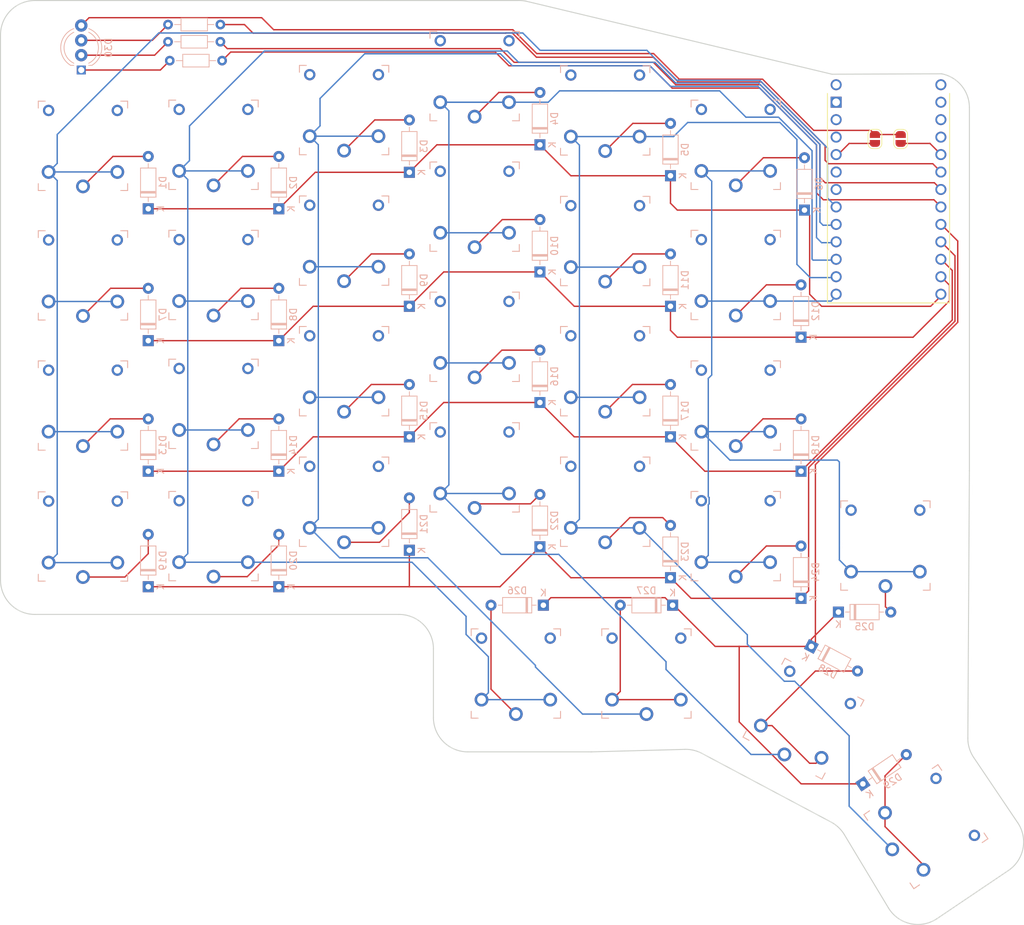
<source format=kicad_pcb>
(kicad_pcb (version 20241229) (generator "pcbnew") (generator_version "9.0")
  (layers (0 "F.Cu" signal) (2 "B.Cu" signal) (13 "F.Paste" user) (15 "B.Paste" user) (5 "F.SilkS" user "F.Silkscreen") (7 "B.SilkS" user "B.Silkscreen") (1 "F.Mask" user) (3 "B.Mask" user) (25 "Edge.Cuts" user))
  (net 0 "")
  (net 1 "ROW1")
  (net 2 "Net-(D1-A)")
  (net 3 "Net-(D2-A)")
  (net 4 "Net-(D3-A)")
  (net 5 "Net-(D4-A)")
  (net 6 "Net-(D5-A)")
  (net 7 "Net-(D6-A)")
  (net 8 "Net-(D7-A)")
  (net 9 "ROW2")
  (net 10 "Net-(D8-A)")
  (net 11 "Net-(D9-A)")
  (net 12 "Net-(D10-A)")
  (net 13 "Net-(D11-A)")
  (net 14 "Net-(D12-A)")
  (net 15 "Net-(D13-A)")
  (net 16 "ROW3")
  (net 17 "Net-(D14-A)")
  (net 18 "Net-(D15-A)")
  (net 19 "Net-(D16-A)")
  (net 20 "Net-(D17-A)")
  (net 21 "Net-(D18-A)")
  (net 22 "ROW4")
  (net 23 "Net-(D19-A)")
  (net 24 "Net-(D20-A)")
  (net 25 "Net-(D21-A)")
  (net 26 "Net-(D22-A)")
  (net 27 "Net-(D23-A)")
  (net 28 "Net-(D24-A)")
  (net 29 "Net-(D25-A)")
  (net 30 "ROWT")
  (net 31 "Net-(D26-A)")
  (net 32 "Net-(D27-A)")
  (net 33 "Net-(D28-A)")
  (net 34 "Net-(D29-A)")
  (net 35 "COL1")
  (net 36 "COL2")
  (net 37 "COL3")
  (net 38 "COL4")
  (net 39 "COL5")
  (net 40 "COL6")
  (net 41 "Net-(D30-BK)")
  (net 42 "Net-(D30-RK)")
  (net 44 "Net-(D30-GK)")
  (net 45 "3v3")
  (net 50 "LEDR")
  (net 53 "LEDG")
  (net 54 "LEDB")
  (net 55 "Net-(JP2-A)")
  (net 59 "Net-(JP1-A)")
  (footprint "Jumper:SolderJumper-2_P1.3mm_Open_RoundedPad1.0x1.5mm" (layer "F.Cu") (at 182 43.65 90)
    (property "Reference" "JP2" (hide yes))
    (property "Value" "SolderJumper_2_Open")
  )
  (footprint "MountingHole:MountingHole_2.2mm_M2" (layer "F.Cu") (at 90.25 33.75)
    (property "Reference" "REF**" (hide yes))
    (property "Value" "MountingHole_2.2mm_M2")
  )
  (footprint "Jumper:SolderJumper-2_P1.3mm_Open_RoundedPad1.0x1.5mm" (layer "F.Cu") (at 178.25 43.65 90)
    (property "Reference" "JP1" (hide yes))
    (property "Value" "SolderJumper_2_Open")
  )
  (footprint "MountingHole:MountingHole_2.2mm_M2" (layer "F.Cu") (at 182.5 121)
    (property "Reference" "REF**" (hide yes))
    (property "Value" "MountingHole_2.2mm_M2")
  )
  (footprint "MountingHole:MountingHole_2.2mm_M2" (layer "F.Cu") (at 180.25 58.5)
    (property "Reference" "REF**" (hide yes))
    (property "Value" "MountingHole_2.2mm_M2")
  )
  (footprint "MountingHole:MountingHole_2.2mm_M2" (layer "F.Cu") (at 118.5 104)
    (property "Reference" "REF**" (hide yes))
    (property "Value" "MountingHole_2.2mm_M2")
  )
  (footprint "Diode_THT:D_DO-35_SOD27_P7.62mm_Horizontal" (layer "B.Cu") (at 169 117.5 -28)
    (property "Reference" "D28")
    (property "Value" "1N4148")
  )
  (footprint "key-switches:SW_Kailh_Choc_V1V2_THT_Hybrid_doubleside" (layer "B.Cu") (at 63 101.5 180)
    (property "Reference" "SW19" (hide yes))
    (property "Value" "SW_Push" (hide yes))
  )
  (footprint "Diode_THT:D_DO-35_SOD27_P7.62mm_Horizontal" (layer "B.Cu") (at 167.5 92 90)
    (property "Reference" "D18")
    (property "Value" "1N4148")
  )
  (footprint "key-switches:SW_Kailh_Choc_V1V2_THT_Hybrid_doubleside" (layer "B.Cu") (at 119.999999 91.442194 180)
    (property "Reference" "SW22" (hide yes))
    (property "Value" "SW_Push" (hide yes))
  )
  (footprint "Diode_THT:D_DO-35_SOD27_P7.62mm_Horizontal" (layer "B.Cu") (at 91.5 73 90)
    (property "Reference" "D8")
    (property "Value" "1N4148")
  )
  (footprint "Diode_THT:D_DO-35_SOD27_P7.62mm_Horizontal" (layer "B.Cu") (at 148.5 107.5 90)
    (property "Reference" "D23")
    (property "Value" "1N4148")
  )
  (footprint "key-switches:SW_Kailh_Choc_V1V2_THT_Hybrid_doubleside" (layer "B.Cu") (at 158 44.5 180)
    (property "Reference" "SW6" (hide yes))
    (property "Value" "SW_Push" (hide yes))
  )
  (footprint "Diode_THT:D_DO-35_SOD27_P7.62mm_Horizontal" (layer "B.Cu") (at 72.5 53.809999 90)
    (property "Reference" "D1")
    (property "Value" "1N4148")
  )
  (footprint "Resistor_THT:R_Axial_DIN0204_L3.6mm_D1.6mm_P7.62mm_Horizontal" (layer "B.Cu") (at 75.63 32.25)
    (property "Reference" "R1" (hide yes))
    (property "Value" "R")
  )
  (footprint "key-switches:SW_Kailh_Choc_V1V2_THT_Hybrid_doubleside" (layer "B.Cu") (at 101.000001 58.442194 180)
    (property "Reference" "SW9" (hide yes))
    (property "Value" "SW_Push" (hide yes))
  )
  (footprint "key-switches:SW_Kailh_Choc_V1V2_THT_Hybrid_doubleside" (layer "B.Cu") (at 119.999999 72.442194 180)
    (property "Reference" "SW16" (hide yes))
    (property "Value" "SW_Push" (hide yes))
  )
  (footprint "key-switches:SW_Kailh_Choc_V1V2_THT_Hybrid_doubleside" (layer "B.Cu") (at 82 82.2 180)
    (property "Reference" "SW14" (hide yes))
    (property "Value" "SW_Push" (hide yes))
  )
  (footprint "key-switches:SW_Kailh_Choc_V1V2_THT_Hybrid_doubleside" (layer "B.Cu") (at 179.781626 102.817528 180)
    (property "Reference" "SW25" (hide yes))
    (property "Value" "SW_Push" (hide yes))
  )
  (footprint "Diode_THT:D_DO-35_SOD27_P7.62mm_Horizontal" (layer "B.Cu") (at 110.5 48.5 90)
    (property "Reference" "D3")
    (property "Value" "1N4148")
  )
  (footprint "Diode_THT:D_DO-35_SOD27_P7.62mm_Horizontal" (layer "B.Cu") (at 91.5 53.81 90)
    (property "Reference" "D2")
    (property "Value" "1N4148")
  )
  (footprint "key-switches:SW_Kailh_Choc_V1V2_THT_Hybrid_doubleside" (layer "B.Cu") (at 126.000001 121.442194 180)
    (property "Reference" "SW26" (hide yes))
    (property "Value" "SW_Push" (hide yes))
  )
  (footprint "Diode_THT:D_DO-35_SOD27_P7.62mm_Horizontal" (layer "B.Cu") (at 129.5 63 90)
    (property "Reference" "D10")
    (property "Value" "1N4148")
  )
  (footprint "key-switches:SW_Kailh_Choc_V1V2_THT_Hybrid_doubleside" (layer "B.Cu") (at 82.000001 63.442194 180)
    (property "Reference" "SW8" (hide yes))
    (property "Value" "SW_Push" (hide yes))
  )
  (footprint "Resistor_THT:R_Axial_DIN0204_L3.6mm_D1.6mm_P7.62mm_Horizontal" (layer "B.Cu") (at 75.38 29.5)
    (property "Reference" "R2" (hide yes))
    (property "Value" "R")
  )
  (footprint "key-switches:SW_Kailh_Choc_V1V2_THT_Hybrid_doubleside" (layer "B.Cu") (at 82.000001 101.442194 180)
    (property "Reference" "SW20" (hide yes))
    (property "Value" "SW_Push" (hide yes))
  )
  (footprint "Diode_THT:D_DO-35_SOD27_P7.62mm_Horizontal" (layer "B.Cu") (at 72.5 92 90)
    (property "Reference" "D13")
    (property "Value" "1N4148")
  )
  (footprint "key-switches:SW_Kailh_Choc_V1V2_THT_Hybrid_doubleside" (layer "B.Cu") (at 63.000001 82.442194 180)
    (property "Reference" "SW13" (hide yes))
    (property "Value" "SW_Push" (hide yes))
  )
  (footprint "Diode_THT:D_DO-35_SOD27_P7.62mm_Horizontal" (layer "B.Cu") (at 148.5 68 90)
    (property "Reference" "D11")
    (property "Value" "1N4148")
  )
  (footprint "Diode_THT:D_DO-35_SOD27_P7.62mm_Horizontal" (layer "B.Cu") (at 148.5 49 90)
    (property "Reference" "D5")
    (property "Value" "1N4148")
  )
  (footprint "theonepromicro:TheOneProMicro" (layer "B.Cu") (at 181.5 51 180)
    (property "Reference" "U2" (hide yes))
    (property "Value" "ProMicro")
  )
  (footprint "Diode_THT:D_DO-35_SOD27_P7.62mm_Horizontal" (layer "B.Cu") (at 172.94 112.5)
    (property "Reference" "D25")
    (property "Value" "1N4148")
  )
  (footprint "key-switches:SW_Kailh_Choc_V1V2_THT_Hybrid_doubleside" (layer "B.Cu") (at 167.849879 128.011957 152)
    (property "Reference" "SW28" (hide yes))
    (property "Value" "SW_Push" (hide yes))
  )
  (footprint "key-switches:SW_Kailh_Choc_V1V2_THT_Hybrid_doubleside" (layer "B.Cu") (at 120 34.5 180)
    (property "Reference" "SW4" (hide yes))
    (property "Value" "SW_Push" (hide yes))
  )
  (footprint "key-switches:SW_Kailh_Choc_V1V2_THT_Hybrid_doubleside" (layer "B.Cu") (at 63 44.65 180)
    (property "Reference" "SW1" (hide yes))
    (property "Value" "SW_Push" (hide yes))
  )
  (footprint "key-switches:SW_Kailh_Choc_V1V2_THT_Hybrid_doubleside" (layer "B.Cu") (at 139.000001 77.442194 180)
    (property "Reference" "SW17" (hide yes))
    (property "Value" "SW_Push" (hide yes))
  )
  (footprint "Diode_THT:D_DO-35_SOD27_P7.62mm_Horizontal" (layer "B.Cu") (at 129.5 103 90)
    (property "Reference" "D22")
    (property "Value" "1N4148")
  )
  (footprint "key-switches:SW_Kailh_Choc_V1V2_THT_Hybrid_doubleside" (layer "B.Cu") (at 101.000001 39.442194 180)
    (property "Reference" "SW3" (hide yes))
    (property "Value" "SW_Push" (hide yes))
  )
  (footprint "key-switches:SW_Kailh_Choc_V1V2_THT_Hybrid_doubleside" (layer "B.Cu") (at 145.000001 121.442194 180)
    (property "Reference" "SW27" (hide yes))
    (property "Value" "SW_Push" (hide yes))
  )
  (footprint "Diode_THT:D_DO-35_SOD27_P7.62mm_Horizontal" (layer "B.Cu") (at 148.5 87 90)
    (property "Reference" "D17")
    (property "Value" "1N4148")
  )
  (footprint "LED_THT:LED_D5.0mm-4_RGB_Wide_Pins" (layer "B.Cu") (at 62.75 33.613 90)
    (property "Reference" "D30")
    (property "Value" "LED_RGBA")
  )
  (footprint "Diode_THT:D_DO-35_SOD27_P7.62mm_Horizontal" (layer "B.Cu") (at 168 54 90)
    (property "Reference" "D6")
    (property "Value" "1N4148" (hide yes))
  )
  (footprint "Diode_THT:D_DO-35_SOD27_P7.62mm_Horizontal" (layer "B.Cu") (at 72.5 108.81 90)
    (property "Reference" "D19")
    (property "Value" "1N4148")
  )
  (footprint "Diode_THT:D_DO-35_SOD27_P7.62mm_Horizontal" (layer "B.Cu") (at 129.5 82 90)
    (property "Reference" "D16")
    (property "Value" "1N4148")
  )
  (footprint "Diode_THT:D_DO-35_SOD27_P7.62mm_Horizontal" (layer "B.Cu") (at 148.81 111.5 180)
    (property "Reference" "D27")
    (property "Value" "1N4148")
  )
  (footprint "Diode_THT:D_DO-35_SOD27_P7.62mm_Horizontal" (layer "B.Cu") (at 129.5 44.5 90)
    (property "Reference" "D4")
    (property "Value" "1N4148")
  )
  (footprint "key-switches:SW_Kailh_Choc_V1V2_THT_Hybrid_doubleside" (layer "B.Cu") (at 82 44.5 180)
    (property "Reference" "SW2" (hide yes))
    (property "Value" "SW_Push" (hide yes))
  )
  (footprint "Diode_THT:D_DO-35_SOD27_P7.62mm_Horizontal" (layer "B.Cu") (at 176.5 137.5 34)
    (property "Reference" "D29")
    (property "Value" "1N4148")
  )
  (footprint "key-switches:SW_Kailh_Choc_V1V2_THT_Hybrid_doubleside" (layer "B.Cu") (at 158.000001 63.442194 180)
    (property "Reference" "SW12" (hide yes))
    (property "Value" "SW_Push" (hide yes))
  )
  (footprint "Diode_THT:D_DO-35_SOD27_P7.62mm_Horizontal" (layer "B.Cu") (at 110.5 68 90)
    (property "Reference" "D9")
    (property "Value" "1N4148")
  )
  (footprint "key-switches:SW_Kailh_Choc_V1V2_THT_Hybrid_doubleside" (layer "B.Cu") (at 139 39.5 180)
    (property "Reference" "SW5" (hide yes))
    (property "Value" "SW_Push" (hide yes))
  )
  (footprint "Diode_THT:D_DO-35_SOD27_P7.62mm_Horizontal" (layer "B.Cu") (at 167.5 72.5 90)
    (property "Reference" "D12")
    (property "Value" "1N4148")
  )
  (footprint "Diode_THT:D_DO-35_SOD27_P7.62mm_Horizontal" (layer "B.Cu") (at 91.5 92 90)
    (property "Reference" "D14")
    (property "Value" "1N4148")
  )
  (footprint "Diode_THT:D_DO-35_SOD27_P7.62mm_Horizontal" (layer "B.Cu") (at 72.5 73 90)
    (property "Reference" "D7")
    (property "Value" "1N4148")
  )
  (footprint "key-switches:SW_Kailh_Choc_V1V2_THT_Hybrid_doubleside" (layer "B.Cu") (at 158.000001 82.442194 180)
    (property "Reference" "SW18" (hide yes))
    (property "Value" "SW_Push" (hide yes))
  )
  (footprint "key-switches:SW_Kailh_Choc_V1V2_THT_Hybrid_doubleside" (layer "B.Cu") (at 139 58.5 180)
    (property "Reference" "SW11" (hide yes))
    (property "Value" "SW_Push" (hide yes))
  )
  (footprint "key-switches:SW_Kailh_Choc_V1V2_THT_Hybrid_doubleside" (layer "B.Cu") (at 120 53.5 180)
    (property "Reference" "SW10" (hide yes))
    (property "Value" "SW_Push" (hide yes))
  )
  (footprint "key-switches:SW_Kailh_Choc_V1V2_THT_Hybrid_doubleside" (layer "B.Cu") (at 139.000001 96.442194 180)
    (property "Reference" "SW23" (hide yes))
    (property "Value" "SW_Push" (hide yes))
  )
  (footprint "Diode_THT:D_DO-35_SOD27_P7.62mm_Horizontal" (layer "B.Cu") (at 110.5 103.5 90)
    (property "Reference" "D21")
    (property "Value" "1N4148")
  )
  (footprint "key-switches:SW_Kailh_Choc_V1V2_THT_Hybrid_doubleside" (layer "B.Cu") (at 101.000001 77.442194 180)
    (property "Reference" "SW15" (hide yes))
    (property "Value" "SW_Push" (hide yes))
  )
  (footprint "key-switches:SW_Kailh_Choc_V1V2_THT_Hybrid_doubleside" (layer "B.Cu") (at 101.000001 96.442194 180)
    (property "Reference" "SW21" (hide yes))
    (property "Value" "SW_Push" (hide yes))
  )
  (footprint "key-switches:SW_Kailh_Choc_V1V2_THT_Hybrid_doubleside" (layer "B.Cu") (at 185.669256 143.731057 124)
    (property "Reference" "SW29" (hide yes))
    (property "Value" "SW_Push" (hide yes))
  )
  (footprint "key-switches:SW_Kailh_Choc_V1V2_THT_Hybrid_doubleside" (layer "B.Cu") (at 63 63.5 180)
    (property "Reference" "SW7" (hide yes))
    (property "Value" "SW_Push" (hide yes))
  )
  (footprint "Diode_THT:D_DO-35_SOD27_P7.62mm_Horizontal" (layer "B.Cu") (at 130 111.5 180)
    (property "Reference" "D26")
    (property "Value" "1N4148")
  )
  (footprint "Diode_THT:D_DO-35_SOD27_P7.62mm_Horizontal" (layer "B.Cu") (at 167.5 110.5 90)
    (property "Reference" "D24")
    (property "Value" "1N4148")
  )
  (footprint "Resistor_THT:R_Axial_DIN0204_L3.6mm_D1.6mm_P7.62mm_Horizontal" (layer "B.Cu") (at 75.38 27)
    (property "Reference" "R3" (hide yes))
    (property "Value" "R")
  )
  (footprint "Diode_THT:D_DO-35_SOD27_P7.62mm_Horizontal" (layer "B.Cu") (at 91.5 108.81 90)
    (property "Reference" "D20")
    (property "Value" "1N4148")
  )
  (footprint "key-switches:SW_Kailh_Choc_V1V2_THT_Hybrid_doubleside" (layer "B.Cu") (at 158.000001 101.442194 180)
    (property "Reference" "SW24" (hide yes))
    (property "Value" "SW_Push" (hide yes))
  )
  (footprint "Diode_THT:D_DO-35_SOD27_P7.62mm_Horizontal" (layer "B.Cu") (at 110.5 87 90)
    (property "Reference" "D15")
    (property "Value" "1N4148")
  )
  (gr_line (start 150.585168 132.479109) (end 137.066781 132.840409) (stroke (width 0.15)) (layer "Edge.Cuts"))
  (gr_line (start 197.685411 150.100673) (end 187.293643 157.11001) (stroke (width 0.15)) (layer "Edge.Cuts"))
  (gr_arc (start 109.000001 112.842194) (mid 112.535536 114.30666) (end 114.000001 117.842194) (stroke (width 0.15)) (layer "Edge.Cuts"))
  (gr_line (start 56.000001 112.842194) (end 109.000001 112.842194) (stroke (width 0.15)) (layer "Edge.Cuts"))
  (gr_arc (start 51 28.500001) (mid 52.449517 24.979479) (end 55.957629 23.50018) (stroke (width 0.15)) (layer "Edge.Cuts"))
  (gr_arc (start 119.000001 132.842194) (mid 115.464469 131.377728) (end 114.000001 127.842194) (stroke (width 0.15)) (layer "Edge.Cuts"))
  (gr_arc (start 187.942475 34.163411) (mid 190.85438 35.888845) (end 192.000001 39.073782) (stroke (width 0.15)) (layer "Edge.Cuts"))
  (gr_line (start 136.933196 132.842194) (end 119.000001 132.842194) (stroke (width 0.15)) (layer "Edge.Cuts"))
  (gr_arc (start 192.000001 91.927668) (mid 191.99998 91.942188) (end 191.999917 91.956708) (stroke (width 0.15)) (layer "Edge.Cuts"))
  (gr_line (start 106.996689 23.5) (end 126.5 23.5) (stroke (width 0.15)) (layer "Edge.Cuts"))
  (gr_arc (start 56.000001 112.842194) (mid 52.464469 111.377728) (end 51.000001 107.842194) (stroke (width 0.15)) (layer "Edge.Cuts"))
  (gr_line (start 51.000001 107.842194) (end 51.000001 28.500001) (stroke (width 0.15)) (layer "Edge.Cuts"))
  (gr_arc (start 192.628825 133.662518) (mid 191.988275 132.314519) (end 191.774097 130.837514) (stroke (width 0.15)) (layer "Edge.Cuts"))
  (gr_line (start 114.000001 127.842194) (end 114.000001 117.842194) (stroke (width 0.15)) (layer "Edge.Cuts"))
  (gr_arc (start 199.034633 143.159521) (mid 199.797584 146.909537) (end 197.685411 150.100673) (stroke (width 0.15)) (layer "Edge.Cuts"))
  (gr_arc (start 150.585168 132.479109) (mid 151.863435 132.610132) (end 153.066111 133.062586) (stroke (width 0.15)) (layer "Edge.Cuts"))
  (gr_arc (start 137.066781 132.840409) (mid 136.999994 132.841748) (end 136.933196 132.842194) (stroke (width 0.15)) (layer "Edge.Cuts"))
  (gr_arc (start 171.870599 143.06111) (mid 172.96375 143.8478) (end 173.8073 144.897702) (stroke (width 0.15)) (layer "Edge.Cuts"))
  (gr_line (start 191.999917 91.956708) (end 191.774097 130.837514) (stroke (width 0.15)) (layer "Edge.Cuts"))
  (gr_arc (start 187.293643 157.11001) (mid 183.417173 157.846657) (end 180.213619 155.542968) (stroke (width 0.15)) (layer "Edge.Cuts"))
  (gr_line (start 180.213619 155.542968) (end 173.8073 144.897702) (stroke (width 0.15)) (layer "Edge.Cuts"))
  (gr_line (start 171.870599 143.06111) (end 153.066111 133.062586) (stroke (width 0.15)) (layer "Edge.Cuts"))
  (gr_line (start 127.442474 23.589633) (end 172 34.226414) (stroke (width 0.15)) (layer "Edge.Cuts"))
  (gr_line (start 192.628825 133.662518) (end 199.034634 143.159521) (stroke (width 0.15)) (layer "Edge.Cuts"))
  (gr_arc (start 126.5 23.5) (mid 126.973363 23.522457) (end 127.442474 23.589629) (stroke (width 0.15)) (layer "Edge.Cuts"))
  (gr_line (start 172 34.226414) (end 187.942475 34.163411) (stroke (width 0.15)) (layer "Edge.Cuts"))
  (gr_line (start 55.957556 23.50018) (end 107 23.5) (stroke (width 0.15)) (layer "Edge.Cuts"))
  (gr_line (start 192.000001 39.073782) (end 192.000001 91.927669) (stroke (width 0.15)) (layer "Edge.Cuts"))
  (segment (start 149.5 54) (end 148.5 53) (width 0.2) (layer "F.Cu") (net 1))
  (segment (start 114.5 44.5) (end 110.5 48.5) (width 0.2) (layer "F.Cu") (net 1))
  (segment (start 168 54) (end 168.75 54.75) (width 0.2) (layer "F.Cu") (net 1))
  (segment (start 186.36 68) (end 188 66.36) (width 0.2) (layer "F.Cu") (net 1))
  (segment (start 170.5 68) (end 186.36 68) (width 0.2) (layer "F.Cu") (net 1))
  (segment (start 148.5 53) (end 148.5 49) (width 0.2) (layer "F.Cu") (net 1))
  (segment (start 168 54) (end 149.5 54) (width 0.2) (layer "F.Cu") (net 1))
  (segment (start 110.5 48.5) (end 96.81 48.5) (width 0.2) (layer "F.Cu") (net 1))
  (segment (start 129.5 44.5) (end 114.5 44.5) (width 0.2) (layer "F.Cu") (net 1))
  (segment (start 134 49) (end 148.5 49) (width 0.2) (layer "F.Cu") (net 1))
  (segment (start 168.75 54.75) (end 168.75 66.25) (width 0.2) (layer "F.Cu") (net 1))
  (segment (start 91.5 53.81) (end 72.5 53.809999) (width 0.2) (layer "F.Cu") (net 1))
  (segment (start 129.5 44.5) (end 134 49) (width 0.2) (layer "F.Cu") (net 1))
  (segment (start 168.75 66.25) (end 170.5 68) (width 0.2) (layer "F.Cu") (net 1))
  (segment (start 96.81 48.5) (end 91.5 53.81) (width 0.2) (layer "F.Cu") (net 1))
  (segment (start 63 50.55) (end 67.360001 46.189999) (width 0.2) (layer "F.Cu") (net 2))
  (segment (start 67.360001 46.189999) (end 72.5 46.189999) (width 0.2) (layer "F.Cu") (net 2))
  (segment (start 86.21 46.19) (end 91.5 46.19) (width 0.2) (layer "F.Cu") (net 3))
  (segment (start 82 50.4) (end 86.21 46.19) (width 0.2) (layer "F.Cu") (net 3))
  (segment (start 105.462195 40.88) (end 110.5 40.88) (width 0.2) (layer "F.Cu") (net 4))
  (segment (start 101.000001 45.342194) (end 105.462195 40.88) (width 0.2) (layer "F.Cu") (net 4))
  (segment (start 123.52 36.88) (end 129.5 36.88) (width 0.2) (layer "F.Cu") (net 5))
  (segment (start 120 40.4) (end 123.52 36.88) (width 0.2) (layer "F.Cu") (net 5))
  (segment (start 139 45.4) (end 143.02 41.38) (width 0.2) (layer "F.Cu") (net 6))
  (segment (start 143.02 41.38) (end 148.5 41.38) (width 0.2) (layer "F.Cu") (net 6))
  (segment (start 158 50.4) (end 162.02 46.38) (width 0.2) (layer "F.Cu") (net 7))
  (segment (start 162.02 46.38) (end 168 46.38) (width 0.2) (layer "F.Cu") (net 7))
  (segment (start 63 69.4) (end 67.02 65.38) (width 0.2) (layer "F.Cu") (net 8))
  (segment (start 67.02 65.38) (end 72.5 65.38) (width 0.2) (layer "F.Cu") (net 8))
  (segment (start 134.5 68) (end 148.5 68) (width 0.2) (layer "F.Cu") (net 9))
  (segment (start 110.5 68) (end 115.5 63) (width 0.2) (layer "F.Cu") (net 9))
  (segment (start 72.5 73) (end 91.5 73) (width 0.2) (layer "F.Cu") (net 9))
  (segment (start 96.5 68) (end 110.5 68) (width 0.2) (layer "F.Cu") (net 9))
  (segment (start 148.5 71.5) (end 149.5 72.5) (width 0.2) (layer "F.Cu") (net 9))
  (segment (start 149.5 72.5) (end 167.5 72.5) (width 0.2) (layer "F.Cu") (net 9))
  (segment (start 189.101 67.204075) (end 189.101 64.921) (width 0.2) (layer "F.Cu") (net 9))
  (segment (start 183.805075 72.5) (end 189.101 67.204075) (width 0.2) (layer "F.Cu") (net 9))
  (segment (start 189.101 64.921) (end 188 63.82) (width 0.2) (layer "F.Cu") (net 9))
  (segment (start 115.5 63) (end 129.5 63) (width 0.2) (layer "F.Cu") (net 9))
  (segment (start 91.5 73) (end 96.5 68) (width 0.2) (layer "F.Cu") (net 9))
  (segment (start 167.5 72.5) (end 183.805075 72.5) (width 0.2) (layer "F.Cu") (net 9))
  (segment (start 129.5 63) (end 134.5 68) (width 0.2) (layer "F.Cu") (net 9))
  (segment (start 148.5 68) (end 148.5 71.5) (width 0.2) (layer "F.Cu") (net 9))
  (segment (start 85.962195 65.38) (end 91.5 65.38) (width 0.2) (layer "F.Cu") (net 10))
  (segment (start 82.000001 69.342194) (end 85.962195 65.38) (width 0.2) (layer "F.Cu") (net 10))
  (segment (start 104.962195 60.38) (end 110.5 60.38) (width 0.2) (layer "F.Cu") (net 11))
  (segment (start 101.000001 64.342194) (end 104.962195 60.38) (width 0.2) (layer "F.Cu") (net 11))
  (segment (start 124.02 55.38) (end 129.5 55.38) (width 0.2) (layer "F.Cu") (net 12))
  (segment (start 120 59.4) (end 124.02 55.38) (width 0.2) (layer "F.Cu") (net 12))
  (segment (start 139 64.4) (end 143.02 60.38) (width 0.2) (layer "F.Cu") (net 13))
  (segment (start 143.02 60.38) (end 148.5 60.38) (width 0.2) (layer "F.Cu") (net 13))
  (segment (start 162.462195 64.88) (end 167.5 64.88) (width 0.2) (layer "F.Cu") (net 14))
  (segment (start 158.000001 69.342194) (end 162.462195 64.88) (width 0.2) (layer "F.Cu") (net 14))
  (segment (start 66.962195 84.38) (end 72.5 84.38) (width 0.2) (layer "F.Cu") (net 15))
  (segment (start 63.000001 88.342194) (end 66.962195 84.38) (width 0.2) (layer "F.Cu") (net 15))
  (segment (start 115.5 82) (end 129.5 82) (width 0.2) (layer "F.Cu") (net 16))
  (segment (start 96.5 87) (end 110.5 87) (width 0.2) (layer "F.Cu") (net 16))
  (segment (start 110.5 87) (end 115.5 82) (width 0.2) (layer "F.Cu") (net 16))
  (segment (start 129.5 82) (end 134.5 87) (width 0.2) (layer "F.Cu") (net 16))
  (segment (start 167.5 92) (end 189.502 69.998) (width 0.2) (layer "F.Cu") (net 16))
  (segment (start 148.5 87) (end 153.5 92) (width 0.2) (layer "F.Cu") (net 16))
  (segment (start 91.5 92) (end 96.5 87) (width 0.2) (layer "F.Cu") (net 16))
  (segment (start 134.5 87) (end 148.5 87) (width 0.2) (layer "F.Cu") (net 16))
  (segment (start 189.502 62.782) (end 188 61.28) (width 0.2) (layer "F.Cu") (net 16))
  (segment (start 72.5 92) (end 91.5 92) (width 0.2) (layer "F.Cu") (net 16))
  (segment (start 153.5 92) (end 167.5 92) (width 0.2) (layer "F.Cu") (net 16))
  (segment (start 189.502 69.998) (end 189.502 62.782) (width 0.2) (layer "F.Cu") (net 16))
  (segment (start 85.72 84.38) (end 91.5 84.38) (width 0.2) (layer "F.Cu") (net 17))
  (segment (start 82 88.1) (end 85.72 84.38) (width 0.2) (layer "F.Cu") (net 17))
  (segment (start 104.962195 79.38) (end 110.5 79.38) (width 0.2) (layer "F.Cu") (net 18))
  (segment (start 101.000001 83.342194) (end 104.962195 79.38) (width 0.2) (layer "F.Cu") (net 18))
  (segment (start 120.000001 78.342194) (end 123.962195 74.38) (width 0.2) (layer "F.Cu") (net 19))
  (segment (start 123.962195 74.38) (end 129.5 74.38) (width 0.2) (layer "F.Cu") (net 19))
  (segment (start 142.962195 79.38) (end 148.5 79.38) (width 0.2) (layer "F.Cu") (net 20))
  (segment (start 139.000001 83.342194) (end 142.962195 79.38) (width 0.2) (layer "F.Cu") (net 20))
  (segment (start 161.962195 84.38) (end 167.5 84.38) (width 0.2) (layer "F.Cu") (net 21))
  (segment (start 158.000001 88.342194) (end 161.962195 84.38) (width 0.2) (layer "F.Cu") (net 21))
  (segment (start 129.5 103) (end 134 107.5) (width 0.2) (layer "F.Cu") (net 22))
  (segment (start 189.903 60.643) (end 188 58.74) (width 0.2) (layer "F.Cu") (net 22))
  (segment (start 148.5 107.5) (end 151.5 110.5) (width 0.2) (layer "F.Cu") (net 22))
  (segment (start 151.5 110.5) (end 167.5 110.5) (width 0.2) (layer "F.Cu") (net 22))
  (segment (start 72.5 108.81) (end 91.5 108.81) (width 0.2) (layer "F.Cu") (net 22))
  (segment (start 134 107.5) (end 148.5 107.5) (width 0.2) (layer "F.Cu") (net 22))
  (segment (start 168.601 109.399) (end 168.601 91.4661) (width 0.2) (layer "F.Cu") (net 22))
  (segment (start 189.903 70.1641) (end 189.903 60.643) (width 0.2) (layer "F.Cu") (net 22))
  (segment (start 110.5 108.81) (end 123.69 108.81) (width 0.2) (layer "F.Cu") (net 22))
  (segment (start 110.5 103.5) (end 110.5 108.81) (width 0.2) (layer "F.Cu") (net 22))
  (segment (start 91.5 108.81) (end 110.5 108.81) (width 0.2) (layer "F.Cu") (net 22))
  (segment (start 123.69 108.81) (end 129.5 103) (width 0.2) (layer "F.Cu") (net 22))
  (segment (start 168.601 91.4661) (end 189.903 70.1641) (width 0.2) (layer "F.Cu") (net 22))
  (segment (start 167.5 110.5) (end 168.601 109.399) (width 0.2) (layer "F.Cu") (net 22))
  (segment (start 69.1 107.4) (end 72.5 104) (width 0.2) (layer "F.Cu") (net 23))
  (segment (start 72.5 104) (end 72.5 101.19) (width 0.2) (layer "F.Cu") (net 23))
  (segment (start 63 107.4) (end 69.1 107.4) (width 0.2) (layer "F.Cu") (net 23))
  (segment (start 82.000001 107.342194) (end 86.907806 107.342194) (width 0.2) (layer "F.Cu") (net 24))
  (segment (start 91.5 102.75) (end 91.5 101.19) (width 0.2) (layer "F.Cu") (net 24))
  (segment (start 86.907806 107.342194) (end 91.5 102.75) (width 0.2) (layer "F.Cu") (net 24))
  (segment (start 110.5 98) (end 110.5 95.88) (width 0.2) (layer "F.Cu") (net 25))
  (segment (start 106.157806 102.342194) (end 110.5 98) (width 0.2) (layer "F.Cu") (net 25))
  (segment (start 101.000001 102.342194) (end 106.157806 102.342194) (width 0.2) (layer "F.Cu") (net 25))
  (segment (start 120.000001 97.342194) (end 120.592195 96.75) (width 0.2) (layer "F.Cu") (net 26))
  (segment (start 120.592195 96.75) (end 128.13 96.75) (width 0.2) (layer "F.Cu") (net 26))
  (segment (start 128.13 96.75) (end 129.5 95.38) (width 0.2) (layer "F.Cu") (net 26))
  (segment (start 139.000001 102.342194) (end 142.592195 98.75) (width 0.2) (layer "F.Cu") (net 27))
  (segment (start 147.37 98.75) (end 148.5 99.88) (width 0.2) (layer "F.Cu") (net 27))
  (segment (start 142.592195 98.75) (end 147.37 98.75) (width 0.2) (layer "F.Cu") (net 27))
  (segment (start 158.000001 107.342194) (end 162.462195 102.88) (width 0.2) (layer "F.Cu") (net 28))
  (segment (start 162.462195 102.88) (end 167.5 102.88) (width 0.2) (layer "F.Cu") (net 28))
  (segment (start 179.781626 108.717528) (end 179.781626 111.721626) (width 0.2) (layer "F.Cu") (net 29))
  (segment (start 179.781626 111.721626) (end 180.56 112.5) (width 0.2) (layer "F.Cu") (net 29))
  (segment (start 131.101 110.399) (end 147.709 110.399) (width 0.2) (layer "F.Cu") (net 30))
  (segment (start 158.5 128.481243) (end 167.518757 137.5) (width 0.2) (layer "F.Cu") (net 30))
  (segment (start 169 117.5) (end 169 116.44) (width 0.2) (layer "F.Cu") (net 30))
  (segment (start 147.709 110.399) (end 148.81 111.5) (width 0.2) (layer "F.Cu") (net 30))
  (segment (start 190.304 58.504) (end 188 56.2) (width 0.2) (layer "F.Cu") (net 30))
  (segment (start 169.591532 116.908468) (end 169.591532 91.042668) (width 0.2) (layer "F.Cu") (net 30))
  (segment (start 169 117.5) (end 169.591532 116.908468) (width 0.2) (layer "F.Cu") (net 30))
  (segment (start 130 111.5) (end 131.101 110.399) (width 0.2) (layer "F.Cu") (net 30))
  (segment (start 155 117.5) (end 158.5 117.5) (width 0.2) (layer "F.Cu") (net 30))
  (segment (start 190.304 70.3302) (end 190.304 58.504) (width 0.2) (layer "F.Cu") (net 30))
  (segment (start 148.81 111.5) (end 149 111.5) (width 0.2) (layer "F.Cu") (net 30))
  (segment (start 158.5 117.5) (end 169 117.5) (width 0.2) (layer "F.Cu") (net 30))
  (segment (start 169 116.44) (end 172.94 112.5) (width 0.2) (layer "F.Cu") (net 30))
  (segment (start 169.591532 91.042668) (end 190.304 70.3302) (width 0.2) (layer "F.Cu") (net 30))
  (segment (start 167.518757 137.5) (end 176.5 137.5) (width 0.2) (layer "F.Cu") (net 30))
  (segment (start 149 111.5) (end 155 117.5) (width 0.2) (layer "F.Cu") (net 30))
  (segment (start 158.5 117.5) (end 158.5 128.481243) (width 0.2) (layer "F.Cu") (net 30))
  (segment (start 122.38 111.5) (end 122.38 123.722193) (width 0.2) (layer "F.Cu") (net 31))
  (segment (start 122.38 123.722193) (end 126.000001 127.342194) (width 0.2) (layer "F.Cu") (net 31))
  (segment (start 140.000001 125.242194) (end 150.000001 125.242194) (width 0.2) (layer "F.Cu") (net 32))
  (segment (start 141.19 111.5) (end 141.19 124.052195) (width 0.2) (layer "F.Cu") (net 32))
  (segment (start 141.19 124.052195) (end 140.000001 125.242194) (width 0.2) (layer "F.Cu") (net 32))
  (segment (start 175.72806 121.077373) (end 169.593576 121.077373) (width 0.2) (layer "F.Cu") (net 33))
  (segment (start 169.683184 134.5) (end 170.480625 133.702559) (width 0.2) (layer "F.Cu") (net 33))
  (segment (start 161.651149 129.0198) (end 163.2698 129.0198) (width 0.2) (layer "F.Cu") (net 33))
  (segment (start 163.2698 129.0198) (end 168.75 134.5) (width 0.2) (layer "F.Cu") (net 33))
  (segment (start 169.593576 121.077373) (end 161.651149 129.0198) (width 0.2) (layer "F.Cu") (net 33))
  (segment (start 168.75 134.5) (end 169.683184 134.5) (width 0.2) (layer "F.Cu") (net 33))
  (segment (start 179.722949 136.333267) (end 179.722949 141.710802) (width 0.2) (layer "F.Cu") (net 34))
  (segment (start 185.314878 149.314878) (end 185.314878 150.001178) (width 0.2) (layer "F.Cu") (net 34))
  (segment (start 179.722949 143.722949) (end 185.314878 149.314878) (width 0.2) (layer "F.Cu") (net 34))
  (segment (start 182.817266 133.23895) (end 179.722949 136.333267) (width 0.2) (layer "F.Cu") (net 34))
  (segment (start 179.722949 141.710802) (end 179.722949 143.722949) (width 0.2) (layer "F.Cu") (net 34))
  (segment (start 58 48.45) (end 68 48.45) (width 0.2) (layer "B.Cu") (net 35))
  (segment (start 58 48.45) (end 59.25 49.7) (width 0.2) (layer "B.Cu") (net 35))
  (segment (start 59.25 47.2) (end 59.25 43) (width 0.2) (layer "B.Cu") (net 35))
  (segment (start 58 67.3) (end 68 67.3) (width 0.2) (layer "B.Cu") (net 35))
  (segment (start 59.25 104.05) (end 58 105.3) (width 0.2) (layer "B.Cu") (net 35))
  (segment (start 171.35 52.25) (end 172.76 53.66) (width 0.2) (layer "B.Cu") (net 35))
  (segment (start 59.25 43) (end 74.026 28.224) (width 0.2) (layer "B.Cu") (net 35))
  (segment (start 129.526 30.75) (end 145.0671 30.75) (width 0.2) (layer "B.Cu") (net 35))
  (segment (start 59.25 49.7) (end 59.25 104.05) (width 0.2) (layer "B.Cu") (net 35))
  (segment (start 145.0671 30.75) (end 149.4161 35.099) (width 0.2) (layer "B.Cu") (net 35))
  (segment (start 58.000001 86.242194) (end 67.999999 86.242194) (width 0.2) (layer "B.Cu") (net 35))
  (segment (start 127 28.224) (end 129.526 30.75) (width 0.2) (layer "B.Cu") (net 35))
  (segment (start 149.4161 35.099) (end 161.475605 35.099) (width 0.2) (layer "B.Cu") (net 35))
  (segment (start 74.026 28.224) (end 127 28.224) (width 0.2) (layer "B.Cu") (net 35))
  (segment (start 161.475605 35.099) (end 171.35 44.973395) (width 0.2) (layer "B.Cu") (net 35))
  (segment (start 58 105.3) (end 68 105.3) (width 0.2) (layer "B.Cu") (net 35))
  (segment (start 171.35 44.973395) (end 171.35 52.25) (width 0.2) (layer "B.Cu") (net 35))
  (segment (start 58 48.45) (end 59.25 47.2) (width 0.2) (layer "B.Cu") (net 35))
  (segment (start 77 48.3) (end 87 48.3) (width 0.2) (layer "B.Cu") (net 36))
  (segment (start 89.401 30.849) (end 124.75 30.849) (width 0.2) (layer "B.Cu") (net 36))
  (segment (start 110.876013 105.242194) (end 118.75 113.116181) (width 0.2) (layer "B.Cu") (net 36))
  (segment (start 126.401 32.5) (end 146.25 32.5) (width 0.2) (layer "B.Cu") (net 36))
  (segment (start 78.5 41.75) (end 89.401 30.849) (width 0.2) (layer "B.Cu") (net 36))
  (segment (start 149.25 35.5) (end 161.309505 35.5) (width 0.2) (layer "B.Cu") (net 36))
  (segment (start 124.75 30.849) (end 126.401 32.5) (width 0.2) (layer "B.Cu") (net 36))
  (segment (start 146.25 32.5) (end 149.25 35.5) (width 0.2) (layer "B.Cu") (net 36))
  (segment (start 118.75 113.116181) (end 118.75 115.75) (width 0.2) (layer "B.Cu") (net 36))
  (segment (start 170.25 44.440495) (end 170.25 55.75) (width 0.2) (layer "B.Cu") (net 36))
  (segment (start 77.000001 67.242194) (end 86.999999 67.242194) (width 0.2) (layer "B.Cu") (net 36))
  (segment (start 77 48.3) (end 78.5 46.8) (width 0.2) (layer "B.Cu") (net 36))
  (segment (start 170.25 55.75) (end 170.7 56.2) (width 0.2) (layer "B.Cu") (net 36))
  (segment (start 77 86) (end 87 86) (width 0.2) (layer "B.Cu") (net 36))
  (segment (start 170.7 56.2) (end 172.76 56.2) (width 0.2) (layer "B.Cu") (net 36))
  (segment (start 121.000001 125.242194) (end 131 125.242194) (width 0.2) (layer "B.Cu") (net 36))
  (segment (start 118.75 115.75) (end 122.000001 119.000001) (width 0.2) (layer "B.Cu") (net 36))
  (segment (start 77.000001 105.242194) (end 110.876013 105.242194) (width 0.2) (layer "B.Cu") (net 36))
  (segment (start 122.000001 124.242194) (end 121.000001 125.242194) (width 0.2) (layer "B.Cu") (net 36))
  (segment (start 161.309505 35.5) (end 170.25 44.440495) (width 0.2) (layer "B.Cu") (net 36))
  (segment (start 78.5 46.8) (end 78.5 41.75) (width 0.2) (layer "B.Cu") (net 36))
  (segment (start 78.25 49.55) (end 78.25 103.992195) (width 0.2) (layer "B.Cu") (net 36))
  (segment (start 78.25 103.992195) (end 77.000001 105.242194) (width 0.2) (layer "B.Cu") (net 36))
  (segment (start 122.000001 119.000001) (end 122.000001 124.242194) (width 0.2) (layer "B.Cu") (net 36))
  (segment (start 77 48.3) (end 78.25 49.55) (width 0.2) (layer "B.Cu") (net 36))
  (segment (start 96.000001 43.242194) (end 106.000001 43.242194) (width 0.2) (layer "B.Cu") (net 37))
  (segment (start 128.851001 120.261271) (end 113.19073 104.601) (width 0.2) (layer "B.Cu") (net 37))
  (segment (start 170.49 58.74) (end 172.76 58.74) (width 0.2) (layer "B.Cu") (net 37))
  (segment (start 145.5 33) (end 148.5 36) (width 0.2) (layer "B.Cu") (net 37))
  (segment (start 96.000001 62.242194) (end 106.000001 62.242194) (width 0.2) (layer "B.Cu") (net 37))
  (segment (start 135.700258 127.342194) (end 128.851001 120.492937) (width 0.2) (layer "B.Cu") (net 37))
  (segment (start 169.75 58) (end 170.49 58.74) (width 0.2) (layer "B.Cu") (net 37))
  (segment (start 97.25 44.492193) (end 97.25 98.992195) (width 0.2) (layer "B.Cu") (net 37))
  (segment (start 96.000001 43.242194) (end 97.25 44.492193) (width 0.2) (layer "B.Cu") (net 37))
  (segment (start 97.5 41.742195) (end 97.5 37.75) (width 0.2) (layer "B.Cu") (net 37))
  (segment (start 128.851001 120.492937) (end 128.851001 120.261271) (width 0.2) (layer "B.Cu") (net 37))
  (segment (start 97.25 98.992195) (end 96.000001 100.242194) (width 0.2) (layer "B.Cu") (net 37))
  (segment (start 123.75 31.25) (end 125.5 33) (width 0.2) (layer "B.Cu") (net 37))
  (segment (start 97.5 37.75) (end 104 31.25) (width 0.2) (layer "B.Cu") (net 37))
  (segment (start 125.5 33) (end 145.5 33) (width 0.2) (layer "B.Cu") (net 37))
  (segment (start 145.000001 127.342194) (end 135.700258 127.342194) (width 0.2) (layer "B.Cu") (net 37))
  (segment (start 96.000001 100.242194) (end 106.000001 100.242194) (width 0.2) (layer "B.Cu") (net 37))
  (segment (start 113.19073 104.601) (end 100.358807 104.601) (width 0.2) (layer "B.Cu") (net 37))
  (segment (start 96.000001 81.242194) (end 106.000001 81.242194) (width 0.2) (layer "B.Cu") (net 37))
  (segment (start 104 31.25) (end 123.75 31.25) (width 0.2) (layer "B.Cu") (net 37))
  (segment (start 169.75 44.507595) (end 169.75 58) (width 0.2) (layer "B.Cu") (net 37))
  (segment (start 148.5 36) (end 161.242405 36) (width 0.2) (layer "B.Cu") (net 37))
  (segment (start 96.000001 43.242194) (end 97.5 41.742195) (width 0.2) (layer "B.Cu") (net 37))
  (segment (start 161.242405 36) (end 169.75 44.507595) (width 0.2) (layer "B.Cu") (net 37))
  (segment (start 100.358807 104.601) (end 96.000001 100.242194) (width 0.2) (layer "B.Cu") (net 37))
  (segment (start 116.25 93.992195) (end 115.000001 95.242194) (width 0.2) (layer "B.Cu") (net 38))
  (segment (start 159.476 40.476) (end 155.649 36.649) (width 0.2) (layer "B.Cu") (net 38))
  (segment (start 132.23395 104.101) (end 123.858807 104.101) (width 0.2) (layer "B.Cu") (net 38))
  (segment (start 147.851001 120.851001) (end 147.851001 119.718051) (width 0.2) (layer "B.Cu") (net 38))
  (segment (start 115 57.3) (end 125 57.3) (width 0.2) (layer "B.Cu") (net 38))
  (segment (start 116.25 39.55) (end 116.25 93.992195) (width 0.2) (layer "B.Cu") (net 38))
  (segment (start 123.858807 104.101) (end 115.000001 95.242194) (width 0.2) (layer "B.Cu") (net 38))
  (segment (start 165.079997 133.221348) (end 160.221348 133.221348) (width 0.2) (layer "B.Cu") (net 38))
  (segment (start 172.76 61.28) (end 169.25 61.28) (width 0.2) (layer "B.Cu") (net 38))
  (segment (start 115 38.3) (end 116.25 39.55) (width 0.2) (layer "B.Cu") (net 38))
  (segment (start 169.101 61.131) (end 169.101 45.35685) (width 0.2) (layer "B.Cu") (net 38))
  (segment (start 160.221348 133.221348) (end 147.851001 120.851001) (width 0.2) (layer "B.Cu") (net 38))
  (segment (start 115 38.3) (end 125 38.3) (width 0.2) (layer "B.Cu") (net 38))
  (segment (start 164.22015 40.476) (end 159.476 40.476) (width 0.2) (layer "B.Cu") (net 38))
  (segment (start 169.101 45.35685) (end 164.22015 40.476) (width 0.2) (layer "B.Cu") (net 38))
  (segment (start 169.25 61.28) (end 169.101 61.131) (width 0.2) (layer "B.Cu") (net 38))
  (segment (start 115.000001 76.242194) (end 124.999999 76.242194) (width 0.2) (layer "B.Cu") (net 38))
  (segment (start 130.709595 38.3) (end 115 38.3) (width 0.2) (layer "B.Cu") (net 38))
  (segment (start 115.000001 95.242194) (end 124.999999 95.242194) (width 0.2) (layer "B.Cu") (net 38))
  (segment (start 132.360595 36.649) (end 130.709595 38.3) (width 0.2) (layer "B.Cu") (net 38))
  (segment (start 147.851001 119.718051) (end 132.23395 104.101) (width 0.2) (layer "B.Cu") (net 38))
  (segment (start 155.649 36.649) (end 132.360595 36.649) (width 0.2) (layer "B.Cu") (net 38))
  (segment (start 180.777934 147.030295) (end 174.5 140.752361) (width 0.2) (layer "B.Cu") (net 39))
  (segment (start 134 62.3) (end 144 62.3) (width 0.2) (layer "B.Cu") (net 39))
  (segment (start 174.5 130.5) (end 166.565077 122.565077) (width 0.2) (layer "B.Cu") (net 39))
  (segment (start 166.899 43.72195) (end 166.899 61.899) (width 0.2) (layer "B.Cu") (net 39))
  (segment (start 148.952 43.3) (end 151.002 41.25) (width 0.2) (layer "B.Cu") (net 39))
  (segment (start 135.25 44.55) (end 135.25 98.992195) (width 0.2) (layer "B.Cu") (net 39))
  (segment (start 165.065077 122.565077) (end 159.684923 117.184923) (width 0.2) (layer "B.Cu") (net 39))
  (segment (start 164.42705 41.25) (end 166.899 43.72195) (width 0.2) (layer "B.Cu") (net 39))
  (segment (start 159.684923 117.184923) (end 159.684923 115.815077) (width 0.2) (layer "B.Cu") (net 39))
  (segment (start 134.000001 81.242194) (end 143.999999 81.242194) (width 0.2) (layer "B.Cu") (net 39))
  (segment (start 151.002 41.25) (end 164.42705 41.25) (width 0.2) (layer "B.Cu") (net 39))
  (segment (start 174.5 140.752361) (end 174.5 130.5) (width 0.2) (layer "B.Cu") (net 39))
  (segment (start 159.684923 115.815077) (end 144.112039 100.242194) (width 0.2) (layer "B.Cu") (net 39))
  (segment (start 135.25 98.992195) (end 134.000001 100.242194) (width 0.2) (layer "B.Cu") (net 39))
  (segment (start 168.82 63.82) (end 172.76 63.82) (width 0.2) (layer "B.Cu") (net 39))
  (segment (start 144.112039 100.242194) (end 134.000001 100.242194) (width 0.2) (layer "B.Cu") (net 39))
  (segment (start 166.899 61.899) (end 168.82 63.82) (width 0.2) (layer "B.Cu") (net 39))
  (segment (start 144 43.3) (end 148.952 43.3) (width 0.2) (layer "B.Cu") (net 39))
  (segment (start 134 43.3) (end 144 43.3) (width 0.2) (layer "B.Cu") (net 39))
  (segment (start 134 43.3) (end 135.25 44.55) (width 0.2) (layer "B.Cu") (net 39))
  (segment (start 166.565077 122.565077) (end 165.065077 122.565077) (width 0.2) (layer "B.Cu") (net 39))
  (segment (start 154 78.5) (end 154 95.69979) (width 0.2) (layer "B.Cu") (net 40))
  (segment (start 171.877806 67.242194) (end 172.76 66.36) (width 0.2) (layer "B.Cu") (net 40))
  (segment (start 174.781626 106.617528) (end 184.781626 106.617528) (width 0.2) (layer "B.Cu") (net 40))
  (segment (start 154 95.69979) (end 154.125999 95.825789) (width 0.2) (layer "B.Cu") (net 40))
  (segment (start 154.5 78) (end 154 78.5) (width 0.2) (layer "B.Cu") (net 40))
  (segment (start 162.999999 67.242194) (end 171.877806 67.242194) (width 0.2) (layer "B.Cu") (net 40))
  (segment (start 153 48.3) (end 163 48.3) (width 0.2) (layer "B.Cu") (net 40))
  (segment (start 153 48.3) (end 154.5 49.8) (width 0.2) (layer "B.Cu") (net 40))
  (segment (start 173.079726 104.915628) (end 173.079726 90.662224) (width 0.2) (layer "B.Cu") (net 40))
  (segment (start 154.5 49.8) (end 154.5 78) (width 0.2) (layer "B.Cu") (net 40))
  (segment (start 153.000001 105.242194) (end 162.999999 105.242194) (width 0.2) (layer "B.Cu") (net 40))
  (segment (start 153.000001 67.242194) (end 162.999999 67.242194) (width 0.2) (layer "B.Cu") (net 40))
  (segment (start 153.000001 86.242194) (end 162.999999 86.242194) (width 0.2) (layer "B.Cu") (net 40))
  (segment (start 173.079726 90.662224) (end 172.799501 90.381999) (width 0.2) (layer "B.Cu") (net 40))
  (segment (start 154.125999 95.825789) (end 154.125999 96.758599) (width 0.2) (layer "B.Cu") (net 40))
  (segment (start 172.799501 90.381999) (end 157.139806 90.381999) (width 0.2) (layer "B.Cu") (net 40))
  (segment (start 154 104.242195) (end 153.000001 105.242194) (width 0.2) (layer "B.Cu") (net 40))
  (segment (start 154 96.884598) (end 154 104.242195) (width 0.2) (layer "B.Cu") (net 40))
  (segment (start 174.781626 106.617528) (end 173.079726 104.915628) (width 0.2) (layer "B.Cu") (net 40))
  (segment (start 154.125999 96.758599) (end 154 96.884598) (width 0.2) (layer "B.Cu") (net 40))
  (segment (start 157.139806 90.381999) (end 153.000001 86.242194) (width 0.2) (layer "B.Cu") (net 40))
  (segment (start 73.085 29.295) (end 62.75 29.295) (width 0.2) (layer "F.Cu") (net 41))
  (segment (start 75.38 27) (end 73.085 29.295) (width 0.2) (layer "F.Cu") (net 41))
  (segment (start 74.267 33.613) (end 62.75 33.613) (width 0.2) (layer "F.Cu") (net 42))
  (segment (start 75.63 32.25) (end 74.267 33.613) (width 0.2) (layer "F.Cu") (net 42))
  (segment (start 75.38 29.5) (end 73.426 31.454) (width 0.2) (layer "F.Cu") (net 44))
  (segment (start 73.426 31.454) (end 62.75 31.454) (width 0.2) (layer "F.Cu") (net 44))
  (segment (start 161.8993 34.948) (end 149.7651 34.948) (width 0.2) (layer "F.Cu") (net 45))
  (segment (start 63.8865 25.9995) (end 62.75 27.136) (width 0.2) (layer "F.Cu") (net 45))
  (segment (start 177.649 42.399) (end 169.3503 42.399) (width 0.2) (layer "F.Cu") (net 45))
  (segment (start 169.3503 42.399) (end 161.8993 34.948) (width 0.2) (layer "F.Cu") (net 45))
  (segment (start 178.25 43) (end 182 43) (width 0.2) (layer "F.Cu") (net 45))
  (segment (start 178.25 43) (end 177.649 42.399) (width 0.2) (layer "F.Cu") (net 45))
  (segment (start 89.0005 25.9995) (end 63.8865 25.9995) (width 0.2) (layer "F.Cu") (net 45))
  (segment (start 149.7651 34.948) (end 146.037347 31.220247) (width 0.2) (layer "F.Cu") (net 45))
  (segment (start 146.037347 31.220247) (end 129.029752 31.220247) (width 0.2) (layer "F.Cu") (net 45))
  (segment (start 129.029752 31.220247) (end 125.559505 27.75) (width 0.2) (layer "F.Cu") (net 45))
  (segment (start 90.751 27.75) (end 89.0005 25.9995) (width 0.2) (layer "F.Cu") (net 45))
  (segment (start 125.559505 27.75) (end 90.751 27.75) (width 0.2) (layer "F.Cu") (net 45))
  (segment (start 125 33) (end 145.5 33) (width 0.2) (layer "F.Cu") (net 50))
  (segment (start 83.25 32.25) (end 84.5 31) (width 0.2) (layer "F.Cu") (net 50))
  (segment (start 170.75 52.5) (end 186.84 52.5) (width 0.2) (layer "F.Cu") (net 50))
  (segment (start 84.5 31) (end 123 31) (width 0.2) (layer "F.Cu") (net 50))
  (segment (start 123 31) (end 125 33) (width 0.2) (layer "F.Cu") (net 50))
  (segment (start 161.5 36.25) (end 169.75 44.5) (width 0.2) (layer "F.Cu") (net 50))
  (segment (start 148.75 36.25) (end 161.5 36.25) (width 0.2) (layer "F.Cu") (net 50))
  (segment (start 169.75 44.5) (end 169.75 51.5) (width 0.2) (layer "F.Cu") (net 50))
  (segment (start 145.5 33) (end 148.75 36.25) (width 0.2) (layer "F.Cu") (net 50))
  (segment (start 186.84 52.5) (end 188 53.66) (width 0.2) (layer "F.Cu") (net 50))
  (segment (start 169.75 51.5) (end 170.75 52.5) (width 0.2) (layer "F.Cu") (net 50))
  (segment (start 171.019 50.019) (end 186.899 50.019) (width 0.2) (layer "F.Cu") (net 53))
  (segment (start 170.25 49.25) (end 171.019 50.019) (width 0.2) (layer "F.Cu") (net 53))
  (segment (start 123.75 30.5) (end 125.75 32.5) (width 0.2) (layer "F.Cu") (net 53))
  (segment (start 125.75 32.5) (end 146 32.5) (width 0.2) (layer "F.Cu") (net 53))
  (segment (start 149.25 35.75) (end 161.5671 35.75) (width 0.2) (layer "F.Cu") (net 53))
  (segment (start 161.5671 35.75) (end 170.25 44.4329) (width 0.2) (layer "F.Cu") (net 53))
  (segment (start 170.25 44.4329) (end 170.25 49.25) (width 0.2) (layer "F.Cu") (net 53))
  (segment (start 83 29.5) (end 84 30.5) (width 0.2) (layer "F.Cu") (net 53))
  (segment (start 84 30.5) (end 123.75 30.5) (width 0.2) (layer "F.Cu") (net 53))
  (segment (start 186.899 50.019) (end 188 51.12) (width 0.2) (layer "F.Cu") (net 53))
  (segment (start 146 32.5) (end 149.25 35.75) (width 0.2) (layer "F.Cu") (net 53))
  (segment (start 146 31.75) (end 149.599 35.349) (width 0.2) (layer "F.Cu") (net 54))
  (segment (start 115.492405 28.25) (end 124.507595 28.25) (width 0.2) (layer "F.Cu") (net 54))
  (segment (start 186.67 47.25) (end 188 48.58) (width 0.2) (layer "F.Cu") (net 54))
  (segment (start 87.75 28.25) (end 114.507595 28.25) (width 0.2) (layer "F.Cu") (net 54))
  (segment (start 114.507595 28.25) (end 114.533595 28.224) (width 0.2) (layer "F.Cu") (net 54))
  (segment (start 83 27) (end 86.5 27) (width 0.2) (layer "F.Cu") (net 54))
  (segment (start 124.533595 28.224) (end 125.466405 28.224) (width 0.2) (layer "F.Cu") (net 54))
  (segment (start 149.599 35.349) (end 161.7332 35.349) (width 0.2) (layer "F.Cu") (net 54))
  (segment (start 115.466405 28.224) (end 115.492405 28.25) (width 0.2) (layer "F.Cu") (net 54))
  (segment (start 128.992405 31.75) (end 146 31.75) (width 0.2) (layer "F.Cu") (net 54))
  (segment (start 125.466405 28.224) (end 128.992405 31.75) (width 0.2) (layer "F.Cu") (net 54))
  (segment (start 171 44.6158) (end 171 46.76164) (width 0.2) (layer "F.Cu") (net 54))
  (segment (start 124.507595 28.25) (end 124.533595 28.224) (width 0.2) (layer "F.Cu") (net 54))
  (segment (start 114.533595 28.224) (end 115.466405 28.224) (width 0.2) (layer "F.Cu") (net 54))
  (segment (start 86.5 27) (end 87.75 28.25) (width 0.2) (layer "F.Cu") (net 54))
  (segment (start 171.48836 47.25) (end 186.67 47.25) (width 0.2) (layer "F.Cu") (net 54))
  (segment (start 171 46.76164) (end 171.48836 47.25) (width 0.2) (layer "F.Cu") (net 54))
  (segment (start 161.7332 35.349) (end 171 44.6158) (width 0.2) (layer "F.Cu") (net 54))
  (segment (start 186.26 44.3) (end 188 46.04) (width 0.2) (layer "F.Cu") (net 55))
  (segment (start 182 44.3) (end 186.26 44.3) (width 0.2) (layer "F.Cu") (net 55))
  (segment (start 178.25 44.3) (end 174.5 44.3) (width 0.2) (layer "F.Cu") (net 59))
  (segment (start 174.5 44.3) (end 172.76 46.04) (width 0.2) (layer "F.Cu") (net 59))
)
</source>
